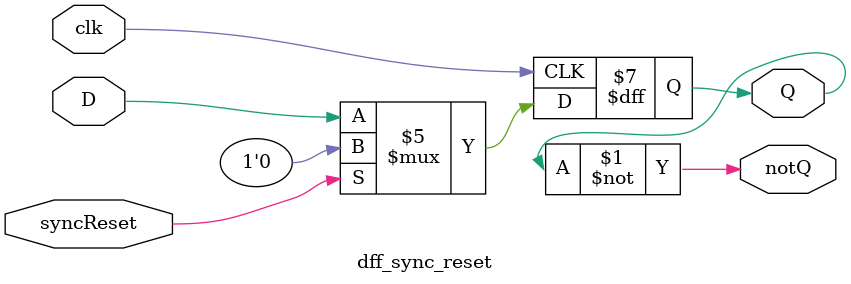
<source format=v>
`timescale 1ns / 1ps


module dff_sync_reset(
    input D,
    input clk,
    input syncReset,
    output reg Q,
    output notQ
    );
    initial Q = 0;
    assign notQ = ~Q;
    always @(posedge clk) begin
        if(syncReset) begin
            Q <= 0;
        end else begin
            Q <= D;
        end
    end
    
endmodule

</source>
